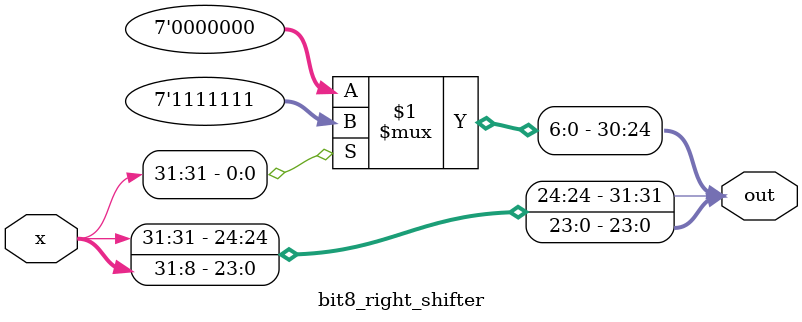
<source format=v>
module bit8_right_shifter(x, out);
    input [31:0] x;
    
    output [31:0] out;

    assign out[23:0] = x[31:8];
    assign out[30:24] = x[31] ? 7'b1111111 : 7'b0;
    assign out[31] = x[31];
endmodule
</source>
